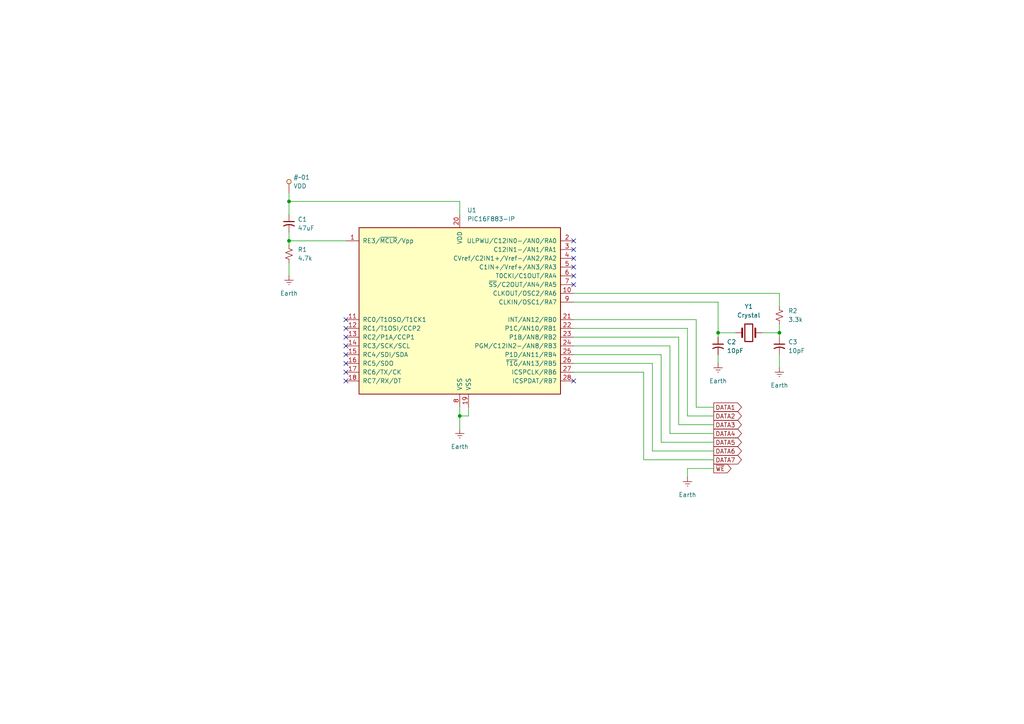
<source format=kicad_sch>
(kicad_sch (version 20250114) (generator "eeschema") (generator_version "9.0")
  (paper "A4")
  (lib_symbols
    (symbol "1New_symbol_Library_Payden_8_0_7:VDD" (power) (in_bom no) (on_board no)
      (property "Reference" "~" (at -1.27 4.064 0))
      (property "Value" "VDD" (at 0 2.286 0))
      (symbol "VDD_1_1"
        (circle (center 0 0.635) (radius 0.635) (fill (type background)))
        (pin power_in line (at 0 -2.54 90) (length 2.54) (name "") (number ""))
      )
    )
    (symbol "Device:C_Small_US" (pin_numbers (hide yes)) (pin_names (offset 0.254) (hide yes))
      (property "Reference" "C" (at 0.254 1.778 0))
      (property "Value" "C_Small_US" (at 0.254 -2.032 0))
      (symbol "C_Small_US_0_1"
        (polyline (pts (xy -1.524 0.508) (xy 1.524 0.508)) (stroke (width 0.3048)))
        (arc (start -1.524 -0.762) (mid 0 -0.3734) (end 1.524 -0.762) (stroke (width 0.3048)))
      )
      (symbol "C_Small_US_1_1"
        (pin passive line (at 0 2.54 270) (length 2.032) (name "~") (number "1"))
        (pin passive line (at 0 -2.54 90) (length 2.032) (name "~") (number "2"))
      )
    )
    (symbol "Device:Crystal" (pin_numbers (hide yes)) (pin_names (offset 1.016) (hide yes))
      (property "Reference" "Y" (at 0 3.81 0))
      (property "Value" "Crystal" (at 0 -3.81 0))
      (symbol "Crystal_0_1"
        (polyline (pts (xy -2.54 0) (xy -1.905 0)))
        (polyline (pts (xy -1.905 -1.27) (xy -1.905 1.27)) (stroke (width 0.508)))
        (rectangle (start -1.143 2.54) (end 1.143 -2.54) (stroke (width 0.3048)))
        (polyline (pts (xy 1.905 -1.27) (xy 1.905 1.27)) (stroke (width 0.508)))
        (polyline (pts (xy 2.54 0) (xy 1.905 0)))
      )
      (symbol "Crystal_1_1"
        (pin passive line (at -3.81 0 0) (length 1.27) (name "1") (number "1"))
        (pin passive line (at 3.81 0 180) (length 1.27) (name "2") (number "2"))
      )
    )
    (symbol "Device:R_Small_US" (pin_numbers (hide yes)) (pin_names (offset 0.254) (hide yes))
      (property "Reference" "R" (at 0.762 0.508 0))
      (property "Value" "R_Small_US" (at 0.762 -1.016 0))
      (symbol "R_Small_US_1_1"
        (polyline (pts (xy 0 1.524) (xy 1.016 1.143) (xy 0 0.762) (xy -1.016 0.381) (xy 0 0)))
        (polyline (pts (xy 0 0) (xy 1.016 -0.381) (xy 0 -0.762) (xy -1.016 -1.143) (xy 0 -1.524)))
        (pin passive line (at 0 2.54 270) (length 1.016) (name "~") (number "1"))
        (pin passive line (at 0 -2.54 90) (length 1.016) (name "~") (number "2"))
      )
    )
    (symbol "MCU_Microchip_PIC16:PIC16F883-IP" (pin_names (offset 1.016))
      (property "Reference" "U" (at 13.97 27.94 0))
      (property "Value" "PIC16F883-IP" (at 13.97 25.4 0))
      (symbol "PIC16F883-IP_0_1"
        (rectangle (start -29.21 24.13) (end 29.21 -24.13) (stroke (width 0.254)) (fill (type background)))
      )
      (symbol "PIC16F883-IP_1_1"
        (pin bidirectional line (at -33.02 20.32 0) (length 3.81) (name "RE3/~{MCLR}/Vpp") (number "1"))
        (pin bidirectional line (at -33.02 -2.54 0) (length 3.81) (name "RC0/T1OSO/T1CK1") (number "11"))
        (pin bidirectional line (at -33.02 -5.08 0) (length 3.81) (name "RC1/T1OSI/CCP2") (number "12"))
        (pin bidirectional line (at -33.02 -7.62 0) (length 3.81) (name "RC2/P1A/CCP1") (number "13"))
        (pin bidirectional line (at -33.02 -10.16 0) (length 3.81) (name "RC3/SCK/SCL") (number "14"))
        (pin bidirectional line (at -33.02 -12.7 0) (length 3.81) (name "RC4/SDI/SDA") (number "15"))
        (pin bidirectional line (at -33.02 -15.24 0) (length 3.81) (name "RC5/SDO") (number "16"))
        (pin bidirectional line (at -33.02 -17.78 0) (length 3.81) (name "RC6/TX/CK") (number "17"))
        (pin bidirectional line (at -33.02 -20.32 0) (length 3.81) (name "RC7/RX/DT") (number "18"))
        (pin power_in line (at 0 27.94 270) (length 3.81) (name "VDD") (number "20"))
        (pin power_in line (at 0 -27.94 90) (length 3.81) (name "VSS") (number "8"))
        (pin power_in line (at 2.54 -27.94 90) (length 3.81) (name "VSS") (number "19"))
        (pin bidirectional line (at 33.02 20.32 180) (length 3.81) (name "ULPWU/C12IN0-/AN0/RA0") (number "2"))
        (pin bidirectional line (at 33.02 17.78 180) (length 3.81) (name "C12IN1-/AN1/RA1") (number "3"))
        (pin bidirectional line (at 33.02 15.24 180) (length 3.81) (name "CVref/C2IN1+/Vref-/AN2/RA2") (number "4"))
        (pin bidirectional line (at 33.02 12.7 180) (length 3.81) (name "C1IN+/Vref+/AN3/RA3") (number "5"))
        (pin bidirectional line (at 33.02 10.16 180) (length 3.81) (name "T0CKI/C1OUT/RA4") (number "6"))
        (pin bidirectional line (at 33.02 7.62 180) (length 3.81) (name "~{SS}/C2OUT/AN4/RA5") (number "7"))
        (pin bidirectional line (at 33.02 5.08 180) (length 3.81) (name "CLKOUT/OSC2/RA6") (number "10"))
        (pin input line (at 33.02 2.54 180) (length 3.81) (name "CLKIN/OSC1/RA7") (number "9"))
        (pin bidirectional line (at 33.02 -2.54 180) (length 3.81) (name "INT/AN12/RB0") (number "21"))
        (pin bidirectional line (at 33.02 -5.08 180) (length 3.81) (name "P1C/AN10/RB1") (number "22"))
        (pin bidirectional line (at 33.02 -7.62 180) (length 3.81) (name "P1B/AN8/RB2") (number "23"))
        (pin bidirectional line (at 33.02 -10.16 180) (length 3.81) (name "PGM/C12IN2-/AN8/RB3") (number "24"))
        (pin bidirectional line (at 33.02 -12.7 180) (length 3.81) (name "P1D/AN11/RB4") (number "25"))
        (pin bidirectional line (at 33.02 -15.24 180) (length 3.81) (name "~{T1G}/AN13/RB5") (number "26"))
        (pin bidirectional line (at 33.02 -17.78 180) (length 3.81) (name "ICSPCLK/RB6") (number "27"))
        (pin bidirectional line (at 33.02 -20.32 180) (length 3.81) (name "ICSPDAT/RB7") (number "28"))
      )
    )
    (symbol "power:Earth" (power) (pin_numbers (hide yes)) (pin_names (offset 0) (hide yes))
      (property "Value" "Earth" (at 0 -3.81 0))
      (symbol "Earth_0_1"
        (polyline (pts (xy -0.635 -1.905) (xy 0.635 -1.905)))
        (polyline (pts (xy -0.127 -2.54) (xy 0.127 -2.54)))
        (polyline (pts (xy 0 -1.27) (xy 0 0)))
        (polyline (pts (xy 1.27 -1.27) (xy -1.27 -1.27)))
      )
      (symbol "Earth_1_1"
        (pin power_in line (at 0 0 270) (length 0) (name "~") (number "1"))
      )
    )
  )
  (junction (at 83.82 69.85))
  (junction (at 133.35 120.65))
  (junction (at 208.28 96.52))
  (junction (at 83.82 58.42))
  (junction (at 226.06 96.52))
  (no_connect (at 166.37 69.85))
  (no_connect (at 166.37 82.55))
  (no_connect (at 100.33 97.79))
  (no_connect (at 166.37 72.39))
  (no_connect (at 166.37 80.01))
  (no_connect (at 100.33 92.71))
  (no_connect (at 100.33 102.87))
  (no_connect (at 166.37 74.93))
  (no_connect (at 166.37 77.47))
  (no_connect (at 100.33 105.41))
  (no_connect (at 100.33 100.33))
  (no_connect (at 100.33 107.95))
  (no_connect (at 100.33 110.49))
  (no_connect (at 166.37 110.49))
  (no_connect (at 100.33 95.25))
  (wire (pts (xy 83.82 69.85) (xy 100.33 69.85)))
  (wire (pts (xy 166.37 95.25) (xy 199.39 95.25)))
  (wire (pts (xy 208.28 87.63) (xy 208.28 96.52)))
  (wire (pts (xy 186.69 133.35) (xy 207.01 133.35)))
  (wire (pts (xy 166.37 100.33) (xy 194.31 100.33)))
  (wire (pts (xy 208.28 96.52) (xy 208.28 97.79)))
  (wire (pts (xy 83.82 76.2) (xy 83.82 80.01)))
  (wire (pts (xy 194.31 125.73) (xy 207.01 125.73)))
  (wire (pts (xy 191.77 102.87) (xy 191.77 128.27)))
  (wire (pts (xy 199.39 135.89) (xy 199.39 138.43)))
  (wire (pts (xy 83.82 69.85) (xy 83.82 71.12)))
  (wire (pts (xy 207.01 135.89) (xy 199.39 135.89)))
  (wire (pts (xy 166.37 85.09) (xy 226.06 85.09)))
  (wire (pts (xy 133.35 120.65) (xy 135.89 120.65)))
  (wire (pts (xy 220.98 96.52) (xy 226.06 96.52)))
  (wire (pts (xy 166.37 102.87) (xy 191.77 102.87)))
  (wire (pts (xy 208.28 102.87) (xy 208.28 105.41)))
  (wire (pts (xy 189.23 105.41) (xy 189.23 130.81)))
  (wire (pts (xy 226.06 102.87) (xy 226.06 106.68)))
  (wire (pts (xy 133.35 118.11) (xy 133.35 120.65)))
  (wire (pts (xy 83.82 58.42) (xy 83.82 62.23)))
  (wire (pts (xy 194.31 100.33) (xy 194.31 125.73)))
  (wire (pts (xy 166.37 107.95) (xy 186.69 107.95)))
  (wire (pts (xy 186.69 107.95) (xy 186.69 133.35)))
  (wire (pts (xy 166.37 97.79) (xy 196.85 97.79)))
  (wire (pts (xy 83.82 58.42) (xy 133.35 58.42)))
  (wire (pts (xy 201.93 92.71) (xy 201.93 118.11)))
  (wire (pts (xy 166.37 92.71) (xy 201.93 92.71)))
  (wire (pts (xy 166.37 87.63) (xy 208.28 87.63)))
  (wire (pts (xy 83.82 67.31) (xy 83.82 69.85)))
  (wire (pts (xy 196.85 97.79) (xy 196.85 123.19)))
  (wire (pts (xy 201.93 118.11) (xy 207.01 118.11)))
  (wire (pts (xy 133.35 62.23) (xy 133.35 58.42)))
  (wire (pts (xy 226.06 96.52) (xy 226.06 97.79)))
  (wire (pts (xy 199.39 95.25) (xy 199.39 120.65)))
  (wire (pts (xy 83.82 55.88) (xy 83.82 58.42)))
  (wire (pts (xy 166.37 105.41) (xy 189.23 105.41)))
  (wire (pts (xy 226.06 93.98) (xy 226.06 96.52)))
  (wire (pts (xy 191.77 128.27) (xy 207.01 128.27)))
  (wire (pts (xy 226.06 85.09) (xy 226.06 88.9)))
  (wire (pts (xy 133.35 120.65) (xy 133.35 124.46)))
  (wire (pts (xy 208.28 96.52) (xy 213.36 96.52)))
  (wire (pts (xy 189.23 130.81) (xy 207.01 130.81)))
  (wire (pts (xy 199.39 120.65) (xy 207.01 120.65)))
  (wire (pts (xy 196.85 123.19) (xy 207.01 123.19)))
  (wire (pts (xy 135.89 118.11) (xy 135.89 120.65)))
  (global_label "DATA2" (shape output) (at 207.01 120.65 0) (property "Intersheetrefs" "${INTERSHEET_REFS}" (effects (hide yes))))
  (global_label "DATA3" (shape output) (at 207.01 123.19 0) (property "Intersheetrefs" "${INTERSHEET_REFS}" (effects (hide yes))))
  (global_label "DATA7" (shape output) (at 207.01 133.35 0) (property "Intersheetrefs" "${INTERSHEET_REFS}" (effects (hide yes))))
  (global_label "DATA4" (shape output) (at 207.01 125.73 0) (property "Intersheetrefs" "${INTERSHEET_REFS}" (effects (hide yes))))
  (global_label "DATA6" (shape output) (at 207.01 130.81 0) (property "Intersheetrefs" "${INTERSHEET_REFS}" (effects (hide yes))))
  (global_label "DATA1" (shape output) (at 207.01 118.11 0) (property "Intersheetrefs" "${INTERSHEET_REFS}" (effects (hide yes))))
  (global_label "~{WE}" (shape output) (at 207.01 135.89 0) (property "Intersheetrefs" "${INTERSHEET_REFS}" (effects (hide yes))))
  (global_label "DATA5" (shape output) (at 207.01 128.27 0) (property "Intersheetrefs" "${INTERSHEET_REFS}" (effects (hide yes))))
  (symbol (lib_id "Device:C_Small_US") (at 226.06 100.33 0) (unit 1)
    (property "Reference" "C3" (at 228.6 99.1869 0) (effects (justify left)))
    (property "Value" "10pF" (at 228.6 101.7269 0) (effects (justify left)))
    (property "Description" "capacitor, small US symbol" (effects (hide yes)))
  )
  (symbol (lib_id "Device:Crystal") (at 217.17 96.52 0) (unit 1)
    (property "Reference" "Y1" (at 217.17 88.9 0))
    (property "Value" "Crystal" (at 217.17 91.44 0))
    (property "Description" "Two pin crystal" (effects (hide yes)))
  )
  (symbol (lib_id "Device:C_Small_US") (at 83.82 64.77 0) (unit 1)
    (property "Reference" "C1" (at 86.36 63.6269 0) (effects (justify left)))
    (property "Value" "47uF" (at 86.36 66.1669 0) (effects (justify left)))
    (property "Description" "capacitor, small US symbol" (effects (hide yes)))
  )
  (symbol (lib_id "power:Earth") (at 208.28 105.41 0) (unit 1)
    (property "Reference" "#PWR03" (effects (hide yes)))
    (property "Value" "Earth" (at 208.28 110.49 0))
    (property "Description" "Power symbol creates a global label with name \"Earth\"" (effects (hide yes)))
  )
  (symbol (lib_id "power:Earth") (at 226.06 106.68 0) (unit 1)
    (property "Reference" "#PWR04" (effects (hide yes)))
    (property "Value" "Earth" (at 226.06 111.76 0))
    (property "Description" "Power symbol creates a global label with name \"Earth\"" (effects (hide yes)))
  )
  (symbol (lib_id "Device:R_Small_US") (at 226.06 91.44 0) (unit 1)
    (property "Reference" "R2" (at 228.6 90.1699 0) (effects (justify left)))
    (property "Value" "3.3k" (at 228.6 92.7099 0) (effects (justify left)))
    (property "Description" "Resistor, small US symbol" (effects (hide yes)))
  )
  (symbol (lib_id "power:Earth") (at 199.39 138.43 0) (unit 1)
    (property "Reference" "#PWR05" (effects (hide yes)))
    (property "Value" "Earth" (at 199.39 143.51 0))
    (property "Description" "Power symbol creates a global label with name \"Earth\"" (effects (hide yes)))
  )
  (symbol (lib_id "MCU_Microchip_PIC16:PIC16F883-IP") (at 133.35 90.17 0) (unit 1)
    (property "Reference" "U1" (at 135.4933 60.96 0) (effects (justify left)))
    (property "Value" "PIC16F883-IP" (at 135.4933 63.5 0) (effects (justify left)))
    (property "Datasheet" "http://ww1.microchip.com/downloads/en/DeviceDoc/41291D.pdf" (effects (hide yes)))
    (property "Description" "4K Flash, 256B SRAM, 256B EEPROM, XLP, DIP28" (effects (hide yes)))
  )
  (symbol (lib_id "1New_symbol_Library_Payden_8_0_7:VDD") (at 83.82 53.34 0) (unit 1) (in_bom no) (on_board no)
    (property "Reference" "~01" (at 85.09 51.4349 0) (effects (justify left)))
    (property "Value" "VDD" (at 85.09 53.9749 0) (effects (justify left)))
  )
  (symbol (lib_id "power:Earth") (at 133.35 124.46 0) (unit 1)
    (property "Reference" "#PWR02" (effects (hide yes)))
    (property "Value" "Earth" (at 133.35 129.54 0))
    (property "Description" "Power symbol creates a global label with name \"Earth\"" (effects (hide yes)))
  )
  (symbol (lib_id "Device:C_Small_US") (at 208.28 100.33 0) (unit 1)
    (property "Reference" "C2" (at 210.82 99.1869 0) (effects (justify left)))
    (property "Value" "10pF" (at 210.82 101.7269 0) (effects (justify left)))
    (property "Description" "capacitor, small US symbol" (effects (hide yes)))
  )
  (symbol (lib_id "Device:R_Small_US") (at 83.82 73.66 0) (unit 1)
    (property "Reference" "R1" (at 86.36 72.3899 0) (effects (justify left)))
    (property "Value" "4.7k" (at 86.36 74.9299 0) (effects (justify left)))
    (property "Description" "Resistor, small US symbol" (effects (hide yes)))
  )
  (symbol (lib_id "power:Earth") (at 83.82 80.01 0) (unit 1)
    (property "Reference" "#PWR01" (effects (hide yes)))
    (property "Value" "Earth" (at 83.82 85.09 0))
    (property "Description" "Power symbol creates a global label with name \"Earth\"" (effects (hide yes)))
  )
)
</source>
